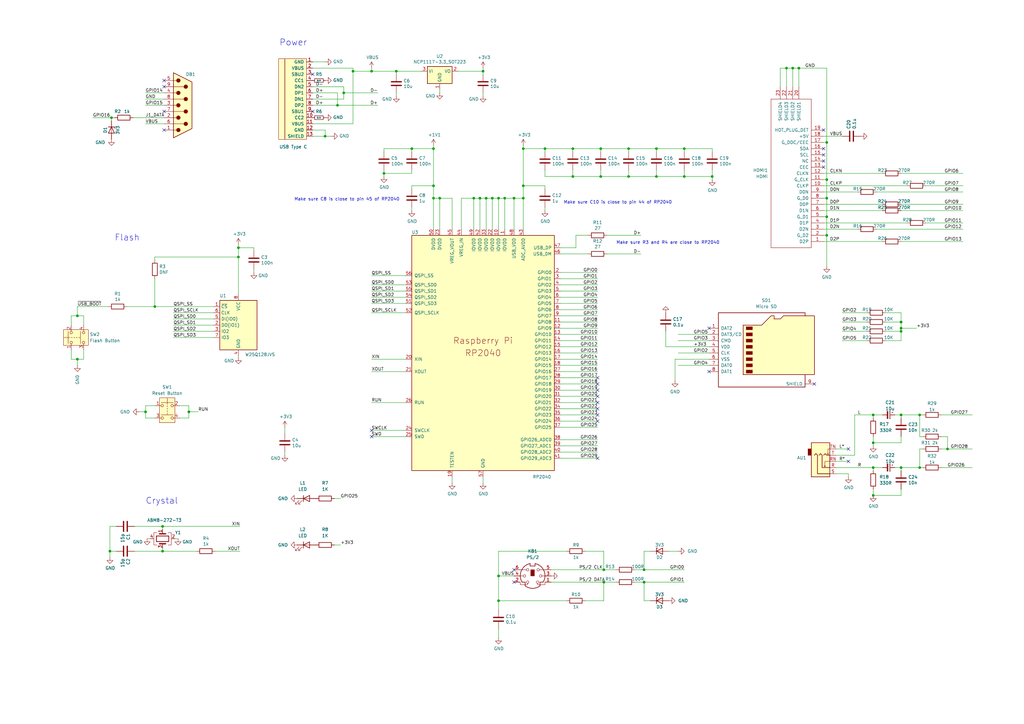
<source format=kicad_sch>
(kicad_sch (version 20231120) (generator "eeschema") (generator_version "8.0")
  (paper "A3")
  (title_block (title "Mini FRANK") (date "2024-10-23") (rev "1.1") (company "Mikhail Matveev") (comment 1 "https://github.com/xtremespb/minifrank"))
  (junction (at 201.93 81.28))
  (junction (at 199.39 81.28))
  (junction (at 369.57 132.08))
  (junction (at 369.57 191.77))
  (junction (at 97.79 105.41))
  (junction (at 339.09 73.66))
  (junction (at 264.16 233.68))
  (junction (at 388.62 184.15))
  (junction (at 247.65 238.76))
  (junction (at 177.8 76.2))
  (junction (at 214.63 76.2))
  (junction (at 168.91 60.96))
  (junction (at 339.09 58.42))
  (junction (at 45.085 226.06))
  (junction (at 358.14 181.61))
  (junction (at 223.52 60.96))
  (junction (at 246.38 72.39))
  (junction (at 257.81 60.96))
  (junction (at 66.675 215.9))
  (junction (at 246.38 60.96))
  (junction (at 177.8 81.28))
  (junction (at 377.19 170.18))
  (junction (at 180.34 81.28))
  (junction (at 204.47 81.28))
  (junction (at 157.48 71.12))
  (junction (at 369.57 134.62))
  (junction (at 322.58 27.94))
  (junction (at 198.12 29.21))
  (junction (at 280.67 60.96))
  (junction (at 133.35 55.88))
  (junction (at 204.47 236.22))
  (junction (at 292.1 72.39))
  (junction (at 66.675 226.06))
  (junction (at 339.09 81.28))
  (junction (at 152.4 29.21))
  (junction (at 247.65 233.68))
  (junction (at 257.81 72.39))
  (junction (at 358.14 191.77))
  (junction (at 97.79 101.6))
  (junction (at 339.09 88.9))
  (junction (at 144.78 29.21))
  (junction (at 31.75 129.54))
  (junction (at 204.47 246.38))
  (junction (at 377.19 191.77))
  (junction (at 327.66 27.94))
  (junction (at 325.12 27.94))
  (junction (at 177.8 60.96))
  (junction (at 77.47 168.91))
  (junction (at 369.57 170.18))
  (junction (at 234.95 72.39))
  (junction (at 269.24 72.39))
  (junction (at 358.14 170.18))
  (junction (at 162.56 29.21))
  (junction (at 31.75 147.32))
  (junction (at 140.97 38.1))
  (junction (at 207.01 81.28))
  (junction (at 214.63 81.28))
  (junction (at 138.43 43.18))
  (junction (at 63.5 125.73))
  (junction (at 45.72 48.26))
  (junction (at 264.16 238.76))
  (junction (at 358.14 203.2))
  (junction (at 339.09 96.52))
  (junction (at 196.85 81.28))
  (junction (at 214.63 60.96))
  (junction (at 369.57 135.89))
  (junction (at 194.31 81.28))
  (junction (at 269.24 60.96))
  (junction (at 59.69 168.91))
  (junction (at 280.67 72.39))
  (junction (at 210.82 81.28))
  (junction (at 234.95 60.96))
  (no_connect (at 67.31 53.34))
  (no_connect (at 245.11 160.02))
  (no_connect (at 245.11 167.64))
  (no_connect (at 210.82 238.76))
  (no_connect (at 245.11 162.56))
  (no_connect (at 67.31 33.02))
  (no_connect (at 347.98 189.23))
  (no_connect (at 152.4 176.53))
  (no_connect (at 337.82 66.04))
  (no_connect (at 245.11 165.1))
  (no_connect (at 67.31 45.72))
  (no_connect (at 337.82 63.5))
  (no_connect (at 290.83 134.62))
  (no_connect (at 245.11 157.48))
  (no_connect (at 347.98 184.15))
  (no_connect (at 245.11 172.72))
  (no_connect (at 337.82 53.34))
  (no_connect (at 128.27 30.48))
  (no_connect (at 290.83 152.4))
  (no_connect (at 152.4 179.07))
  (no_connect (at 128.27 45.72))
  (no_connect (at 245.11 187.96))
  (no_connect (at 210.82 233.68))
  (no_connect (at 334.01 157.48))
  (no_connect (at 337.82 60.96))
  (no_connect (at 245.11 170.18))
  (no_connect (at 67.31 35.56))
  (no_connect (at 337.82 68.58))
  (no_connect (at 245.11 154.94))
  (wire (pts (xy 377.19 184.15) (xy 377.19 191.77)))
  (wire (pts (xy 204.47 246.38) (xy 204.47 250.19)))
  (wire (pts (xy 177.8 81.28) (xy 177.8 93.98)))
  (wire (pts (xy 229.87 137.16) (xy 245.11 137.16)))
  (wire (pts (xy 157.48 71.12) (xy 168.91 71.12)))
  (wire (pts (xy 236.22 96.52) (xy 236.22 101.6)))
  (wire (pts (xy 337.82 76.2) (xy 372.11 76.2)))
  (wire (pts (xy 152.4 29.21) (xy 162.56 29.21)))
  (wire (pts (xy 388.62 179.07) (xy 388.62 184.15)))
  (wire (pts (xy 246.38 60.96) (xy 257.81 60.96)))
  (wire (pts (xy 278.13 137.16) (xy 290.83 137.16)))
  (wire (pts (xy 264.16 233.68) (xy 260.35 233.68)))
  (wire (pts (xy 207.01 81.28) (xy 210.82 81.28)))
  (wire (pts (xy 369.57 203.2) (xy 358.14 203.2)))
  (wire (pts (xy 327.66 27.94) (xy 325.12 27.94)))
  (wire (pts (xy 116.84 185.42) (xy 116.84 186.69)))
  (wire (pts (xy 87.63 138.43) (xy 71.12 138.43)))
  (wire (pts (xy 246.38 62.23) (xy 246.38 60.96)))
  (wire (pts (xy 177.8 59.69) (xy 177.8 60.96)))
  (wire (pts (xy 345.44 128.27) (xy 355.6 128.27)))
  (wire (pts (xy 358.14 179.07) (xy 358.14 181.61)))
  (wire (pts (xy 369.57 191.77) (xy 367.03 191.77)))
  (wire (pts (xy 229.87 149.86) (xy 245.11 149.86)))
  (wire (pts (xy 369.57 134.62) (xy 375.92 134.62)))
  (wire (pts (xy 337.82 78.74) (xy 351.79 78.74)))
  (wire (pts (xy 34.29 133.35) (xy 34.29 129.54)))
  (wire (pts (xy 31.75 129.54) (xy 34.29 129.54)))
  (wire (pts (xy 97.79 101.6) (xy 97.79 105.41)))
  (wire (pts (xy 34.29 147.32) (xy 34.29 143.51)))
  (wire (pts (xy 162.56 38.1) (xy 162.56 39.37)))
  (wire (pts (xy 229.87 175.26) (xy 245.11 175.26)))
  (wire (pts (xy 388.62 184.15) (xy 386.08 184.15)))
  (wire (pts (xy 194.31 81.28) (xy 196.85 81.28)))
  (wire (pts (xy 363.22 132.08) (xy 369.57 132.08)))
  (wire (pts (xy 229.87 170.18) (xy 245.11 170.18)))
  (wire (pts (xy 152.4 27.94) (xy 152.4 29.21)))
  (wire (pts (xy 73.66 171.45) (xy 77.47 171.45)))
  (wire (pts (xy 229.87 104.14) (xy 241.3 104.14)))
  (wire (pts (xy 59.69 171.45) (xy 63.5 171.45)))
  (wire (pts (xy 229.87 111.76) (xy 245.11 111.76)))
  (wire (pts (xy 71.12 128.27) (xy 87.63 128.27)))
  (wire (pts (xy 337.82 73.66) (xy 339.09 73.66)))
  (wire (pts (xy 369.57 200.66) (xy 369.57 203.2)))
  (wire (pts (xy 97.79 100.33) (xy 97.79 101.6)))
  (wire (pts (xy 322.58 27.94) (xy 320.04 27.94)))
  (wire (pts (xy 339.09 58.42) (xy 339.09 27.94)))
  (wire (pts (xy 248.92 96.52) (xy 262.89 96.52)))
  (wire (pts (xy 185.42 93.98) (xy 185.42 81.28)))
  (wire (pts (xy 31.75 129.54) (xy 31.75 125.73)))
  (wire (pts (xy 246.38 69.85) (xy 246.38 72.39)))
  (wire (pts (xy 229.87 116.84) (xy 245.11 116.84)))
  (wire (pts (xy 342.9 189.23) (xy 347.98 189.23)))
  (wire (pts (xy 345.44 139.7) (xy 355.6 139.7)))
  (wire (pts (xy 162.56 30.48) (xy 162.56 29.21)))
  (wire (pts (xy 177.8 76.2) (xy 177.8 81.28)))
  (wire (pts (xy 337.82 96.52) (xy 339.09 96.52)))
  (wire (pts (xy 60.325 220.98) (xy 61.595 220.98)))
  (wire (pts (xy 59.69 166.37) (xy 59.69 168.91)))
  (wire (pts (xy 189.23 81.28) (xy 194.31 81.28)))
  (wire (pts (xy 157.48 60.96) (xy 168.91 60.96)))
  (wire (pts (xy 128.27 40.64) (xy 140.97 40.64)))
  (wire (pts (xy 325.12 27.94) (xy 325.12 35.56)))
  (wire (pts (xy 59.69 38.1) (xy 67.31 38.1)))
  (wire (pts (xy 229.87 185.42) (xy 245.11 185.42)))
  (wire (pts (xy 363.22 128.27) (xy 369.57 128.27)))
  (wire (pts (xy 63.5 114.3) (xy 63.5 125.73)))
  (wire (pts (xy 361.95 191.77) (xy 358.14 191.77)))
  (wire (pts (xy 226.06 233.68) (xy 247.65 233.68)))
  (wire (pts (xy 369.57 83.82) (xy 394.97 83.82)))
  (wire (pts (xy 157.48 69.85) (xy 157.48 71.12)))
  (wire (pts (xy 347.98 194.31) (xy 347.98 195.58)))
  (wire (pts (xy 71.755 220.98) (xy 73.025 220.98)))
  (wire (pts (xy 152.4 124.46) (xy 166.37 124.46)))
  (wire (pts (xy 369.57 135.89) (xy 369.57 139.7)))
  (wire (pts (xy 55.245 215.9) (xy 66.675 215.9)))
  (wire (pts (xy 198.12 30.48) (xy 198.12 29.21)))
  (wire (pts (xy 214.63 81.28) (xy 214.63 93.98)))
  (wire (pts (xy 337.82 88.9) (xy 339.09 88.9)))
  (wire (pts (xy 337.82 99.06) (xy 361.95 99.06)))
  (wire (pts (xy 57.15 168.91) (xy 59.69 168.91)))
  (wire (pts (xy 168.91 60.96) (xy 177.8 60.96)))
  (wire (pts (xy 44.45 125.73) (xy 31.75 125.73)))
  (wire (pts (xy 214.63 76.2) (xy 223.52 76.2)))
  (wire (pts (xy 97.79 146.685) (xy 97.79 146.05)))
  (wire (pts (xy 273.05 142.24) (xy 290.83 142.24)))
  (wire (pts (xy 199.39 93.98) (xy 199.39 81.28)))
  (wire (pts (xy 264.16 246.38) (xy 264.16 238.76)))
  (wire (pts (xy 138.43 43.18) (xy 154.94 43.18)))
  (wire (pts (xy 177.8 60.96) (xy 177.8 76.2)))
  (wire (pts (xy 210.82 81.28) (xy 214.63 81.28)))
  (wire (pts (xy 152.4 119.38) (xy 166.37 119.38)))
  (wire (pts (xy 369.57 191.77) (xy 377.19 191.77)))
  (wire (pts (xy 46.99 48.26) (xy 45.72 48.26)))
  (wire (pts (xy 166.37 165.1) (xy 152.4 165.1)))
  (wire (pts (xy 369.57 86.36) (xy 394.97 86.36)))
  (wire (pts (xy 269.24 62.23) (xy 269.24 60.96)))
  (wire (pts (xy 350.52 170.18) (xy 350.52 186.69)))
  (wire (pts (xy 196.85 81.28) (xy 199.39 81.28)))
  (wire (pts (xy 369.57 132.08) (xy 369.57 134.62)))
  (wire (pts (xy 337.82 58.42) (xy 339.09 58.42)))
  (wire (pts (xy 87.63 133.35) (xy 71.12 133.35)))
  (wire (pts (xy 232.41 226.06) (xy 204.47 226.06)))
  (wire (pts (xy 337.82 93.98) (xy 351.79 93.98)))
  (wire (pts (xy 247.65 238.76) (xy 252.73 238.76)))
  (wire (pts (xy 377.19 170.18) (xy 377.19 179.07)))
  (wire (pts (xy 223.52 62.23) (xy 223.52 60.96)))
  (wire (pts (xy 337.82 83.82) (xy 361.95 83.82)))
  (wire (pts (xy 214.63 60.96) (xy 223.52 60.96)))
  (wire (pts (xy 104.14 101.6) (xy 97.79 101.6)))
  (wire (pts (xy 226.06 238.76) (xy 247.65 238.76)))
  (wire (pts (xy 339.09 27.94) (xy 327.66 27.94)))
  (wire (pts (xy 207.01 81.28) (xy 207.01 93.98)))
  (wire (pts (xy 322.58 27.94) (xy 322.58 35.56)))
  (wire (pts (xy 196.85 93.98) (xy 196.85 81.28)))
  (wire (pts (xy 337.82 55.88) (xy 345.44 55.88)))
  (wire (pts (xy 66.675 224.79) (xy 66.675 226.06)))
  (wire (pts (xy 45.085 226.06) (xy 45.085 228.6)))
  (wire (pts (xy 276.86 147.32) (xy 276.86 156.21)))
  (wire (pts (xy 229.87 101.6) (xy 236.22 101.6)))
  (wire (pts (xy 59.69 50.8) (xy 67.31 50.8)))
  (wire (pts (xy 204.47 246.38) (xy 204.47 236.22)))
  (wire (pts (xy 128.27 38.1) (xy 138.43 38.1)))
  (wire (pts (xy 278.13 144.78) (xy 290.83 144.78)))
  (wire (pts (xy 29.21 147.32) (xy 31.75 147.32)))
  (wire (pts (xy 137.16 204.47) (xy 139.7 204.47)))
  (wire (pts (xy 214.63 60.96) (xy 214.63 76.2)))
  (wire (pts (xy 180.34 36.83) (xy 180.34 38.1)))
  (wire (pts (xy 166.37 152.4) (xy 152.4 152.4)))
  (wire (pts (xy 358.14 181.61) (xy 358.14 182.88)))
  (wire (pts (xy 337.82 81.28) (xy 339.09 81.28)))
  (wire (pts (xy 166.37 113.03) (xy 152.4 113.03)))
  (wire (pts (xy 269.24 60.96) (xy 280.67 60.96)))
  (wire (pts (xy 292.1 69.85) (xy 292.1 72.39)))
  (wire (pts (xy 337.82 71.12) (xy 361.95 71.12)))
  (wire (pts (xy 88.265 226.06) (xy 98.425 226.06)))
  (wire (pts (xy 187.96 29.21) (xy 198.12 29.21)))
  (wire (pts (xy 59.69 43.18) (xy 67.31 43.18)))
  (wire (pts (xy 229.87 147.32) (xy 245.11 147.32)))
  (wire (pts (xy 229.87 127) (xy 245.11 127)))
  (wire (pts (xy 342.9 186.69) (xy 350.52 186.69)))
  (wire (pts (xy 168.91 71.12) (xy 168.91 69.85)))
  (wire (pts (xy 266.7 246.38) (xy 264.16 246.38)))
  (wire (pts (xy 234.95 62.23) (xy 234.95 60.96)))
  (wire (pts (xy 234.95 72.39) (xy 223.52 72.39)))
  (wire (pts (xy 229.87 180.34) (xy 245.11 180.34)))
  (wire (pts (xy 214.63 76.2) (xy 214.63 81.28)))
  (wire (pts (xy 140.97 38.1) (xy 140.97 40.64)))
  (wire (pts (xy 214.63 59.69) (xy 214.63 60.96)))
  (wire (pts (xy 369.57 134.62) (xy 369.57 135.89)))
  (wire (pts (xy 38.1 48.26) (xy 45.72 48.26)))
  (wire (pts (xy 229.87 129.54) (xy 245.11 129.54)))
  (wire (pts (xy 168.91 77.47) (xy 168.91 76.2)))
  (wire (pts (xy 87.63 135.89) (xy 71.12 135.89)))
  (wire (pts (xy 234.95 60.96) (xy 246.38 60.96)))
  (wire (pts (xy 247.65 233.68) (xy 252.73 233.68)))
  (wire (pts (xy 128.27 25.4) (xy 133.35 25.4)))
  (wire (pts (xy 278.13 149.86) (xy 290.83 149.86)))
  (wire (pts (xy 59.69 168.91) (xy 59.69 171.45)))
  (wire (pts (xy 232.41 246.38) (xy 204.47 246.38)))
  (wire (pts (xy 52.07 125.73) (xy 63.5 125.73)))
  (wire (pts (xy 369.57 170.18) (xy 377.19 170.18)))
  (wire (pts (xy 133.35 53.34) (xy 133.35 55.88)))
  (wire (pts (xy 325.12 27.94) (xy 322.58 27.94)))
  (wire (pts (xy 369.57 71.12) (xy 394.97 71.12)))
  (wire (pts (xy 229.87 187.96) (xy 245.11 187.96)))
  (wire (pts (xy 278.13 139.7) (xy 290.83 139.7)))
  (wire (pts (xy 363.22 139.7) (xy 369.57 139.7)))
  (wire (pts (xy 379.73 91.44) (xy 394.97 91.44)))
  (wire (pts (xy 378.46 179.07) (xy 377.19 179.07)))
  (wire (pts (xy 273.05 135.89) (xy 273.05 142.24)))
  (wire (pts (xy 234.95 69.85) (xy 234.95 72.39)))
  (wire (pts (xy 363.22 135.89) (xy 369.57 135.89)))
  (wire (pts (xy 180.34 93.98) (xy 180.34 81.28)))
  (wire (pts (xy 369.57 179.07) (xy 369.57 181.61)))
  (wire (pts (xy 369.57 128.27) (xy 369.57 132.08)))
  (wire (pts (xy 280.67 72.39) (xy 292.1 72.39)))
  (wire (pts (xy 144.78 27.94) (xy 144.78 29.21)))
  (wire (pts (xy 144.78 50.8) (xy 128.27 50.8)))
  (wire (pts (xy 172.72 29.21) (xy 162.56 29.21)))
  (wire (pts (xy 369.57 193.04) (xy 369.57 191.77)))
  (wire (pts (xy 339.09 88.9) (xy 339.09 96.52)))
  (wire (pts (xy 269.24 69.85) (xy 269.24 72.39)))
  (wire (pts (xy 386.08 191.77) (xy 398.78 191.77)))
  (wire (pts (xy 138.43 38.1) (xy 138.43 43.18)))
  (wire (pts (xy 223.52 60.96) (xy 234.95 60.96)))
  (wire (pts (xy 223.52 85.09) (xy 223.52 86.36)))
  (wire (pts (xy 229.87 132.08) (xy 245.11 132.08)))
  (wire (pts (xy 204.47 93.98) (xy 204.47 81.28)))
  (wire (pts (xy 358.14 200.66) (xy 358.14 203.2)))
  (wire (pts (xy 388.62 184.15) (xy 398.78 184.15)))
  (wire (pts (xy 55.245 226.06) (xy 66.675 226.06)))
  (wire (pts (xy 339.09 73.66) (xy 339.09 58.42)))
  (wire (pts (xy 47.625 226.06) (xy 45.085 226.06)))
  (wire (pts (xy 342.9 184.15) (xy 347.98 184.15)))
  (wire (pts (xy 66.675 226.06) (xy 80.645 226.06)))
  (wire (pts (xy 337.82 86.36) (xy 361.95 86.36)))
  (wire (pts (xy 320.04 27.94) (xy 320.04 35.56)))
  (wire (pts (xy 379.73 76.2) (xy 394.97 76.2)))
  (wire (pts (xy 45.72 48.26) (xy 45.72 49.53)))
  (wire (pts (xy 54.61 48.26) (xy 67.31 48.26)))
  (wire (pts (xy 229.87 119.38) (xy 245.11 119.38)))
  (wire (pts (xy 292.1 62.23) (xy 292.1 60.96)))
  (wire (pts (xy 166.37 179.07) (xy 152.4 179.07)))
  (wire (pts (xy 199.39 81.28) (xy 201.93 81.28)))
  (wire (pts (xy 327.66 27.94) (xy 327.66 35.56)))
  (wire (pts (xy 292.1 72.39) (xy 292.1 73.66)))
  (wire (pts (xy 345.44 132.08) (xy 355.6 132.08)))
  (wire (pts (xy 116.84 175.26) (xy 116.84 177.8)))
  (wire (pts (xy 144.78 29.21) (xy 144.78 50.8)))
  (wire (pts (xy 229.87 157.48) (xy 245.11 157.48)))
  (wire (pts (xy 166.37 128.27) (xy 152.4 128.27)))
  (wire (pts (xy 128.27 55.88) (xy 133.35 55.88)))
  (wire (pts (xy 198.12 195.58) (xy 198.12 198.12)))
  (wire (pts (xy 128.27 53.34) (xy 133.35 53.34)))
  (wire (pts (xy 133.35 55.88) (xy 135.89 55.88)))
  (wire (pts (xy 168.91 76.2) (xy 177.8 76.2)))
  (wire (pts (xy 229.87 154.94) (xy 245.11 154.94)))
  (wire (pts (xy 87.63 130.81) (xy 71.12 130.81)))
  (wire (pts (xy 246.38 72.39) (xy 234.95 72.39)))
  (wire (pts (xy 128.27 27.94) (xy 144.78 27.94)))
  (wire (pts (xy 223.52 69.85) (xy 223.52 72.39)))
  (wire (pts (xy 31.75 149.86) (xy 31.75 147.32)))
  (wire (pts (xy 369.57 99.06) (xy 394.97 99.06)))
  (wire (pts (xy 77.47 168.91) (xy 77.47 171.45)))
  (wire (pts (xy 204.47 257.81) (xy 204.47 261.62)))
  (wire (pts (xy 185.42 195.58) (xy 185.42 198.12)))
  (wire (pts (xy 128.27 43.18) (xy 138.43 43.18)))
  (wire (pts (xy 229.87 160.02) (xy 245.11 160.02)))
  (wire (pts (xy 342.9 191.77) (xy 358.14 191.77)))
  (wire (pts (xy 264.16 226.06) (xy 264.16 233.68)))
  (wire (pts (xy 47.625 215.9) (xy 45.085 215.9)))
  (wire (pts (xy 229.87 139.7) (xy 245.11 139.7)))
  (wire (pts (xy 29.21 129.54) (xy 31.75 129.54)))
  (wire (pts (xy 229.87 165.1) (xy 245.11 165.1)))
  (wire (pts (xy 358.14 170.18) (xy 358.14 171.45)))
  (wire (pts (xy 369.57 181.61) (xy 358.14 181.61)))
  (wire (pts (xy 180.34 81.28) (xy 177.8 81.28)))
  (wire (pts (xy 386.08 170.18) (xy 398.78 170.18)))
  (wire (pts (xy 248.92 104.14) (xy 262.89 104.14)))
  (wire (pts (xy 229.87 144.78) (xy 245.11 144.78)))
  (wire (pts (xy 280.67 72.39) (xy 269.24 72.39)))
  (wire (pts (xy 73.66 166.37) (xy 77.47 166.37)))
  (wire (pts (xy 45.085 215.9) (xy 45.085 226.06)))
  (wire (pts (xy 359.41 93.98) (xy 394.97 93.98)))
  (wire (pts (xy 66.675 217.17) (xy 66.675 215.9)))
  (wire (pts (xy 152.4 116.84) (xy 166.37 116.84)))
  (wire (pts (xy 377.19 170.18) (xy 378.46 170.18)))
  (wire (pts (xy 201.93 81.28) (xy 204.47 81.28)))
  (wire (pts (xy 229.87 134.62) (xy 245.11 134.62)))
  (wire (pts (xy 378.46 184.15) (xy 377.19 184.15)))
  (wire (pts (xy 229.87 152.4) (xy 245.11 152.4)))
  (wire (pts (xy 137.16 223.52) (xy 139.7 223.52)))
  (wire (pts (xy 157.48 62.23) (xy 157.48 60.96)))
  (wire (pts (xy 274.32 226.06) (xy 278.13 226.06)))
  (wire (pts (xy 236.22 96.52) (xy 241.3 96.52)))
  (wire (pts (xy 104.14 110.49) (xy 104.14 111.76)))
  (wire (pts (xy 157.48 71.12) (xy 157.48 72.39)))
  (wire (pts (xy 280.67 69.85) (xy 280.67 72.39)))
  (wire (pts (xy 264.16 238.76) (xy 260.35 238.76)))
  (wire (pts (xy 152.4 147.32) (xy 166.37 147.32)))
  (wire (pts (xy 345.44 135.89) (xy 355.6 135.89)))
  (wire (pts (xy 229.87 142.24) (xy 245.11 142.24)))
  (wire (pts (xy 339.09 96.52) (xy 339.09 109.22)))
  (wire (pts (xy 257.81 60.96) (xy 269.24 60.96)))
  (wire (pts (xy 361.95 170.18) (xy 358.14 170.18)))
  (wire (pts (xy 342.9 194.31) (xy 347.98 194.31)))
  (wire (pts (xy 223.52 77.47) (xy 223.52 76.2)))
  (wire (pts (xy 152.4 121.92) (xy 166.37 121.92)))
  (wire (pts (xy 29.21 133.35) (xy 29.21 129.54)))
  (wire (pts (xy 264.16 233.68) (xy 280.67 233.68)))
  (wire (pts (xy 229.87 124.46) (xy 245.11 124.46)))
  (wire (pts (xy 229.87 167.64) (xy 245.11 167.64)))
  (wire (pts (xy 229.87 114.3) (xy 245.11 114.3)))
  (wire (pts (xy 240.03 226.06) (xy 247.65 226.06)))
  (wire (pts (xy 257.81 72.39) (xy 246.38 72.39)))
  (wire (pts (xy 104.14 102.87) (xy 104.14 101.6)))
  (wire (pts (xy 269.24 72.39) (xy 257.81 72.39)))
  (wire (pts (xy 63.5 166.37) (xy 59.69 166.37)))
  (wire (pts (xy 359.41 78.74) (xy 394.97 78.74)))
  (wire (pts (xy 204.47 81.28) (xy 207.01 81.28)))
  (wire (pts (xy 63.5 125.73) (xy 87.63 125.73)))
  (wire (pts (xy 247.65 246.38) (xy 247.65 238.76)))
  (wire (pts (xy 204.47 236.22) (xy 210.82 236.22)))
  (wire (pts (xy 194.31 93.98) (xy 194.31 81.28)))
  (wire (pts (xy 337.82 91.44) (xy 372.11 91.44)))
  (wire (pts (xy 144.78 29.21) (xy 152.4 29.21)))
  (wire (pts (xy 266.7 226.06) (xy 264.16 226.06)))
  (wire (pts (xy 276.86 147.32) (xy 290.83 147.32)))
  (wire (pts (xy 247.65 226.06) (xy 247.65 233.68)))
  (wire (pts (xy 339.09 81.28) (xy 339.09 88.9)))
  (wire (pts (xy 77.47 166.37) (xy 77.47 168.91)))
  (wire (pts (xy 201.93 93.98) (xy 201.93 81.28)))
  (wire (pts (xy 168.91 62.23) (xy 168.91 60.96)))
  (wire (pts (xy 369.57 170.18) (xy 367.03 170.18)))
  (wire (pts (xy 31.75 147.32) (xy 34.29 147.32)))
  (wire (pts (xy 185.42 81.28) (xy 180.34 81.28)))
  (wire (pts (xy 59.69 40.64) (xy 67.31 40.64)))
  (wire (pts (xy 280.67 60.96) (xy 292.1 60.96)))
  (wire (pts (xy 280.67 62.23) (xy 280.67 60.96)))
  (wire (pts (xy 257.81 69.85) (xy 257.81 72.39)))
  (wire (pts (xy 229.87 162.56) (xy 245.11 162.56)))
  (wire (pts (xy 229.87 172.72) (xy 245.11 172.72)))
  (wire (pts (xy 210.82 93.98) (xy 210.82 81.28)))
  (wire (pts (xy 140.97 35.56) (xy 140.97 38.1)))
  (wire (pts (xy 257.81 62.23) (xy 257.81 60.96)))
  (wire (pts (xy 29.21 143.51) (xy 29.21 147.32)))
  (wire (pts (xy 386.08 179.07) (xy 388.62 179.07)))
  (wire (pts (xy 369.57 171.45) (xy 369.57 170.18)))
  (wire (pts (xy 166.37 176.53) (xy 152.4 176.53)))
  (wire (pts (xy 128.27 35.56) (xy 140.97 35.56)))
  (wire (pts (xy 264.16 238.76) (xy 280.67 238.76)))
  (wire (pts (xy 339.09 73.66) (xy 339.09 81.28)))
  (wire (pts (xy 189.23 93.98) (xy 189.23 81.28)))
  (wire (pts (xy 77.47 168.91) (xy 81.28 168.91)))
  (wire (pts (xy 168.91 85.09) (xy 168.91 86.36)))
  (wire (pts (xy 198.12 38.1) (xy 198.12 39.37)))
  (wire (pts (xy 204.47 226.06) (xy 204.47 236.22)))
  (wire (pts (xy 63.5 106.68) (xy 63.5 105.41)))
  (wire (pts (xy 63.5 105.41) (xy 97.79 105.41)))
  (wire (pts (xy 198.12 29.21) (xy 198.12 27.94)))
  (wire (pts (xy 229.87 182.88) (xy 245.11 182.88)))
  (wire (pts (xy 229.87 121.92) (xy 245.11 121.92)))
  (wire (pts (xy 140.97 38.1) (xy 154.94 38.1)))
  (wire (pts (xy 358.14 191.77) (xy 358.14 193.04)))
  (wire (pts (xy 350.52 170.18) (xy 358.14 170.18)))
  (wire (pts (xy 97.79 105.41) (xy 97.79 120.65)))
  (wire (pts (xy 240.03 246.38) (xy 247.65 246.38)))
  (wire (pts (xy 377.19 191.77) (xy 378.46 191.77)))
  (wire (pts (xy 66.675 215.9) (xy 98.425 215.9)))
  (text "Power" (at 114.554 19.05 0) (effects (font (size 2.54 2.54)) (justify left bottom)))
  (text "Crystal" (at 59.69 207.01 0) (effects (font (size 2.54 2.54)) (justify left bottom)))
  (text "Make sure C8 is close to pin 45 of RP2040" (at 120.65 82.55 0) (effects (font (size 1.27 1.27)) (justify left bottom)))
  (text "Make sure C10 is close to pin 44 of RP2040" (at 231.14 83.82 0) (effects (font (size 1.27 1.27)) (justify left bottom)))
  (text "Make sure R3 and R4 are close to RP2040" (at 252.73 100.33 0) (effects (font (size 1.27 1.27)) (justify left bottom)))
  (text "Flash" (at 46.99 99.06 0) (effects (font (size 2.54 2.54)) (justify left bottom)))
  (label "GPIO15" (at 59.69 43.18 0))
  (label "+3V3" (at 284.48 142.24 0))
  (label "XOUT" (at 98.425 226.06 180))
  (label "D0N" (at 340.36 78.74 0))
  (label "D2N" (at 340.36 93.98 0))
  (label "D-" (at 154.94 38.1 180))
  (label "QSPI_SS" (at 71.12 125.73 0))
  (label "QSPI_SD3" (at 71.12 138.43 0))
  (label "GPIO13" (at 387.35 99.06 0))
  (label "QSPI_SD2" (at 152.4 121.92 0))
  (label "D-" (at 262.89 104.14 180))
  (label "GPIO10" (at 387.35 86.36 0))
  (label "GPIO4" (at 245.11 121.92 180))
  (label "GPIO25" (at 139.7 204.47 0))
  (label "GPIO12" (at 387.35 93.98 0))
  (label "RUN" (at 152.4 165.1 0))
  (label "XOUT" (at 152.4 152.4 0))
  (label "GPIO5" (at 284.48 137.16 0))
  (label "GPIO29" (at 245.11 187.96 180))
  (label "D+" (at 129.54 43.18 0))
  (label "QSPI_SD1" (at 152.4 119.38 0))
  (label "GPIO13" (at 245.11 144.78 180))
  (label "D2P" (at 340.36 99.06 0))
  (label "GPIO5" (at 345.44 139.7 0))
  (label "GPIO6" (at 245.11 127 180))
  (label "GPIO14" (at 59.69 38.1 0))
  (label "D+" (at 262.89 96.52 180))
  (label "GPIO28" (at 389.89 184.15 0))
  (label "SWD" (at 152.4 179.07 0))
  (label "GPIO20" (at 245.11 162.56 180))
  (label "QSPI_SD1" (at 71.12 133.35 0))
  (label "QSPI_SD3" (at 152.4 124.46 0))
  (label "GPIO7" (at 387.35 76.2 0))
  (label "GPIO27" (at 389.89 170.18 0))
  (label "PS{slash}2 CLK" (at 237.49 233.68 0))
  (label "GPIO18" (at 245.11 157.48 180))
  (label "GPIO25" (at 245.11 175.26 180))
  (label "GPIO1" (at 280.67 238.76 180))
  (label "GND" (at 59.69 40.64 0))
  (label "VBUS" (at 205.74 236.22 0))
  (label "GPIO0" (at 245.11 111.76 180))
  (label "GPIO11" (at 387.35 91.44 0))
  (label "GND" (at 330.2 27.94 0))
  (label "GPIO21" (at 245.11 165.1 180))
  (label "GPIO11" (at 245.11 139.7 180))
  (label "RUN" (at 81.28 168.91 0))
  (label "GPIO27" (at 245.11 182.88 180))
  (label "GPIO0" (at 280.67 233.68 180))
  (label "D-" (at 129.54 40.64 0))
  (label "GPIO1" (at 245.11 114.3 180))
  (label "XIN" (at 98.425 215.9 180))
  (label "GPIO6" (at 387.35 71.12 0))
  (label "GPIO8" (at 387.35 78.74 0))
  (label "+3V3" (at 375.92 134.62 0))
  (label "D+" (at 154.94 43.18 180))
  (label "VBUS" (at 340.36 55.88 0))
  (label "VBUS" (at 59.69 50.8 0))
  (label "GPIO14" (at 245.11 147.32 180))
  (label "GPIO3" (at 245.11 119.38 180))
  (label "GPIO10" (at 245.11 137.16 180))
  (label "GPIO23" (at 245.11 170.18 180))
  (label "GPIO3" (at 284.48 139.7 0))
  (label "GPIO3" (at 345.44 132.08 0))
  (label "SWCLK" (at 152.4 176.53 0))
  (label "J1_DATA" (at 59.69 48.26 0))
  (label "R*" (at 344.17 189.23 0))
  (label "L" (at 351.79 170.18 0))
  (label "QSPI_SCLK" (at 152.4 128.27 0))
  (label "R" (at 351.79 191.77 0))
  (label "QSPI_SD0" (at 152.4 116.84 0))
  (label "GPIO2" (at 345.44 128.27 0))
  (label "GPIO17" (at 245.11 154.94 180))
  (label "CLKP" (at 340.36 76.2 0))
  (label "GPIO2" (at 245.11 116.84 180))
  (label "GPIO26" (at 388.62 191.77 0))
  (label "CLKN" (at 340.36 71.12 0))
  (label "GPIO16" (at 38.1 48.26 0))
  (label "GPIO9" (at 245.11 134.62 180))
  (label "GPIO15" (at 245.11 149.86 180))
  (label "GPIO12" (at 245.11 142.24 180))
  (label "GPIO24" (at 245.11 172.72 180))
  (label "GPIO5" (at 245.11 124.46 180))
  (label "GPIO22" (at 245.11 167.64 180))
  (label "GPIO19" (at 245.11 160.02 180))
  (label "GPIO2" (at 284.48 144.78 0))
  (label "QSPI_SS" (at 152.4 113.03 0))
  (label "PS{slash}2 DATA" (at 237.49 238.76 0))
  (label "QSPI_SD2" (at 71.12 135.89 0))
  (label "GPIO4" (at 345.44 135.89 0))
  (label "GPIO4" (at 284.48 149.86 0))
  (label "QSPI_SD0" (at 71.12 130.81 0))
  (label "D1N" (at 340.36 86.36 0))
  (label "QSPI_SCLK" (at 71.12 128.27 0))
  (label "~{USB_BOOT}" (at 31.75 125.73 0))
  (label "GPIO26" (at 245.11 180.34 180))
  (label "L*" (at 344.17 184.15 0))
  (label "GPIO28" (at 245.11 185.42 180))
  (label "D-" (at 129.54 35.56 0))
  (label "GPIO9" (at 387.35 83.82 0))
  (label "GPIO16" (at 245.11 152.4 180))
  (label "+3V3" (at 139.7 223.52 0))
  (label "GPIO8" (at 245.11 132.08 180))
  (label "XIN" (at 152.4 147.32 0))
  (label "D+" (at 129.54 38.1 0))
  (label "D1P" (at 340.36 91.44 0))
  (label "GPIO7" (at 245.11 129.54 180))
  (label "D0P" (at 340.36 83.82 0))
  (symbol (lib_id "MCU_RaspberryPi_RP2040:RP2040") (at 198.12 144.78 0) (unit 1)
    (property "Reference" "U3" (at 170.18 95.25 0))
    (property "Value" "RP2040" (at 222.25 195.58 0))
    (property "Footprint" "LIBS:RP2040-QFN-56" (effects (hide yes)))
  )
  (symbol (lib_id "Memory_Flash:W25Q128JVS") (at 97.79 133.35 0) (unit 1)
    (property "Reference" "U1" (at 91.44 121.285 0))
    (property "Value" "W25Q128JVS" (at 106.68 145.415 0))
    (property "Footprint" "Package_SO:SOIC-8_5.23x5.23mm_P1.27mm" (effects (hide yes)))
    (property "Datasheet" "http://www.winbond.com/resource-files/w25q128jv_dtr%20revc%2003272018%20plus.pdf" (effects (hide yes)))
  )
  (symbol (lib_id "power:+3V3") (at 97.79 100.33 0) (unit 1)
    (property "Reference" "#PWR07" (effects (hide yes)))
    (property "Value" "+3V3" (at 98.171 95.9358 0))
  )
  (symbol (lib_id "power:GND") (at 97.79 146.685 0) (unit 1)
    (property "Reference" "#PWR08" (effects (hide yes)))
    (property "Value" "GND" (at 93.98 147.955 0))
  )
  (symbol (lib_id "Device:R") (at 63.5 110.49 0) (unit 1)
    (property "Reference" "R3" (at 65.278 109.3216 0) (effects (justify left)))
    (property "Value" "DNF" (at 65.278 111.633 0) (effects (justify left)))
    (property "Footprint" "Resistor_SMD:R_0805_2012Metric_Pad1.20x1.40mm_HandSolder" (effects (hide yes)))
  )
  (symbol (lib_id "Device:R") (at 48.26 125.73 270) (unit 1)
    (property "Reference" "R1" (at 48.26 120.4722 90))
    (property "Value" "1k" (at 48.26 122.7836 90))
    (property "Footprint" "Resistor_SMD:R_0805_2012Metric_Pad1.20x1.40mm_HandSolder" (effects (hide yes)))
  )
  (symbol (lib_id "Device:C") (at 104.14 106.68 0) (unit 1)
    (property "Reference" "C3" (at 107.061 105.5116 0) (effects (justify left)))
    (property "Value" "100n" (at 107.061 107.823 0) (effects (justify left)))
    (property "Footprint" "Capacitor_SMD:C_0805_2012Metric_Pad1.18x1.45mm_HandSolder" (effects (hide yes)))
  )
  (symbol (lib_id "power:GND") (at 104.14 111.76 0) (unit 1)
    (property "Reference" "#PWR09" (effects (hide yes)))
    (property "Value" "GND" (at 107.95 113.03 0))
  )
  (symbol (lib_id "power:GND") (at 198.12 198.12 0) (unit 1)
    (property "Reference" "#PWR027" (effects (hide yes)))
    (property "Value" "GND" (at 198.247 202.5142 0))
  )
  (symbol (lib_id "power:GND") (at 185.42 198.12 0) (unit 1)
    (property "Reference" "#PWR024" (effects (hide yes)))
    (property "Value" "GND" (at 185.547 202.5142 0))
  )
  (symbol (lib_id "Device:R") (at 245.11 96.52 270) (unit 1)
    (property "Reference" "R11" (at 245.11 91.2622 90))
    (property "Value" "27" (at 245.11 93.5736 90))
    (property "Footprint" "Resistor_SMD:R_0805_2012Metric_Pad1.20x1.40mm_HandSolder" (effects (hide yes)))
  )
  (symbol (lib_id "Device:R") (at 245.11 104.14 270) (unit 1)
    (property "Reference" "R12" (at 245.11 98.8822 90))
    (property "Value" "27" (at 245.11 101.1936 90))
    (property "Footprint" "Resistor_SMD:R_0805_2012Metric_Pad1.20x1.40mm_HandSolder" (effects (hide yes)))
  )
  (symbol (lib_id "power:+3V3") (at 214.63 59.69 0) (unit 1)
    (property "Reference" "#PWR029" (effects (hide yes)))
    (property "Value" "+3V3" (at 215.011 55.2958 0))
  )
  (symbol (lib_id "power:+1V1") (at 177.8 59.69 0) (unit 1)
    (property "Reference" "#PWR022" (effects (hide yes)))
    (property "Value" "+1V1" (at 178.181 55.2958 0))
  )
  (symbol (lib_id "Device:C") (at 223.52 66.04 0) (unit 1)
    (property "Reference" "C11" (at 226.441 64.8716 0) (effects (justify left)))
    (property "Value" "100n" (at 226.441 67.183 0) (effects (justify left)))
    (property "Footprint" "Capacitor_SMD:C_0805_2012Metric_Pad1.18x1.45mm_HandSolder" (effects (hide yes)))
  )
  (symbol (lib_id "Device:C") (at 234.95 66.04 0) (unit 1)
    (property "Reference" "C13" (at 237.871 64.8716 0) (effects (justify left)))
    (property "Value" "100n" (at 237.871 67.183 0) (effects (justify left)))
    (property "Footprint" "Capacitor_SMD:C_0805_2012Metric_Pad1.18x1.45mm_HandSolder" (effects (hide yes)))
  )
  (symbol (lib_id "Device:C") (at 246.38 66.04 0) (unit 1)
    (property "Reference" "C14" (at 249.301 64.8716 0) (effects (justify left)))
    (property "Value" "100n" (at 249.301 67.183 0) (effects (justify left)))
    (property "Footprint" "Capacitor_SMD:C_0805_2012Metric_Pad1.18x1.45mm_HandSolder" (effects (hide yes)))
  )
  (symbol (lib_id "Device:C") (at 257.81 66.04 0) (unit 1)
    (property "Reference" "C15" (at 260.731 64.8716 0) (effects (justify left)))
    (property "Value" "100n" (at 260.731 67.183 0) (effects (justify left)))
    (property "Footprint" "Capacitor_SMD:C_0805_2012Metric_Pad1.18x1.45mm_HandSolder" (effects (hide yes)))
  )
  (symbol (lib_id "Device:C") (at 269.24 66.04 0) (unit 1)
    (property "Reference" "C16" (at 272.161 64.8716 0) (effects (justify left)))
    (property "Value" "100n" (at 272.161 67.183 0) (effects (justify left)))
    (property "Footprint" "Capacitor_SMD:C_0805_2012Metric_Pad1.18x1.45mm_HandSolder" (effects (hide yes)))
  )
  (symbol (lib_id "Device:C") (at 280.67 66.04 0) (unit 1)
    (property "Reference" "C18" (at 283.591 64.8716 0) (effects (justify left)))
    (property "Value" "100n" (at 283.591 67.183 0) (effects (justify left)))
    (property "Footprint" "Capacitor_SMD:C_0805_2012Metric_Pad1.18x1.45mm_HandSolder" (effects (hide yes)))
  )
  (symbol (lib_id "Device:C") (at 292.1 66.04 0) (unit 1)
    (property "Reference" "C19" (at 295.021 64.8716 0) (effects (justify left)))
    (property "Value" "100n" (at 295.021 67.183 0) (effects (justify left)))
    (property "Footprint" "Capacitor_SMD:C_0805_2012Metric_Pad1.18x1.45mm_HandSolder" (effects (hide yes)))
  )
  (symbol (lib_id "Device:C") (at 157.48 66.04 0) (unit 1)
    (property "Reference" "C5" (at 160.401 64.8716 0) (effects (justify left)))
    (property "Value" "100n" (at 160.401 67.183 0) (effects (justify left)))
    (property "Footprint" "Capacitor_SMD:C_0805_2012Metric_Pad1.18x1.45mm_HandSolder" (effects (hide yes)))
  )
  (symbol (lib_id "Device:C") (at 168.91 66.04 0) (unit 1)
    (property "Reference" "C7" (at 171.831 64.8716 0) (effects (justify left)))
    (property "Value" "100n" (at 171.831 67.183 0) (effects (justify left)))
    (property "Footprint" "Capacitor_SMD:C_0805_2012Metric_Pad1.18x1.45mm_HandSolder" (effects (hide yes)))
  )
  (symbol (lib_id "Device:C") (at 168.91 81.28 0) (unit 1)
    (property "Reference" "C8" (at 171.831 80.1116 0) (effects (justify left)))
    (property "Value" "1u" (at 171.831 82.423 0) (effects (justify left)))
    (property "Footprint" "Capacitor_SMD:C_0805_2012Metric_Pad1.18x1.45mm_HandSolder" (effects (hide yes)))
  )
  (symbol (lib_id "Device:C") (at 223.52 81.28 0) (unit 1)
    (property "Reference" "C12" (at 226.441 80.1116 0) (effects (justify left)))
    (property "Value" "1u" (at 226.441 82.423 0) (effects (justify left)))
    (property "Footprint" "Capacitor_SMD:C_0805_2012Metric_Pad1.18x1.45mm_HandSolder" (effects (hide yes)))
  )
  (symbol (lib_id "power:GND") (at 292.1 73.66 0) (unit 1)
    (property "Reference" "#PWR036" (effects (hide yes)))
    (property "Value" "GND" (at 292.227 78.0542 0))
  )
  (symbol (lib_id "power:GND") (at 157.48 72.39 0) (unit 1)
    (property "Reference" "#PWR019" (effects (hide yes)))
    (property "Value" "GND" (at 157.607 76.7842 0))
  )
  (symbol (lib_id "power:GND") (at 168.91 86.36 0) (unit 1)
    (property "Reference" "#PWR021" (effects (hide yes)))
    (property "Value" "GND" (at 169.037 90.7542 0))
  )
  (symbol (lib_id "power:GND") (at 223.52 86.36 0) (unit 1)
    (property "Reference" "#PWR030" (effects (hide yes)))
    (property "Value" "GND" (at 223.647 90.7542 0))
  )
  (symbol (lib_id "Regulator_Linear:NCP1117-3.3_SOT223") (at 180.34 29.21 0) (unit 1)
    (property "Reference" "U2" (at 180.34 23.0632 0))
    (property "Value" "NCP1117-3.3_SOT223" (at 180.34 25.3746 0))
    (property "Footprint" "Package_TO_SOT_SMD:SOT-223-3_TabPin2" (effects (hide yes)))
    (property "Datasheet" "http://www.onsemi.com/pub_link/Collateral/NCP1117-D.PDF" (effects (hide yes)))
  )
  (symbol (lib_id "power:VBUS") (at 152.4 27.94 0) (unit 1)
    (property "Reference" "#PWR018" (effects (hide yes)))
    (property "Value" "VBUS" (at 152.781 23.5458 0))
  )
  (symbol (lib_id "power:GND") (at 180.34 38.1 0) (unit 1)
    (property "Reference" "#PWR023" (effects (hide yes)))
    (property "Value" "GND" (at 176.53 39.37 0))
  )
  (symbol (lib_id "power:+3V3") (at 198.12 27.94 0) (unit 1)
    (property "Reference" "#PWR025" (effects (hide yes)))
    (property "Value" "+3V3" (at 198.501 23.5458 0))
  )
  (symbol (lib_id "Device:C") (at 162.56 34.29 0) (unit 1)
    (property "Reference" "C6" (at 165.481 33.1216 0) (effects (justify left)))
    (property "Value" "10u" (at 165.481 35.433 0) (effects (justify left)))
    (property "Footprint" "Capacitor_SMD:C_0805_2012Metric_Pad1.18x1.45mm_HandSolder" (effects (hide yes)))
  )
  (symbol (lib_id "Device:C") (at 198.12 34.29 0) (unit 1)
    (property "Reference" "C9" (at 201.041 33.1216 0) (effects (justify left)))
    (property "Value" "10u" (at 201.041 35.433 0) (effects (justify left)))
    (property "Footprint" "Capacitor_SMD:C_0805_2012Metric_Pad1.18x1.45mm_HandSolder" (effects (hide yes)))
  )
  (symbol (lib_id "power:GND") (at 162.56 39.37 0) (unit 1)
    (property "Reference" "#PWR020" (effects (hide yes)))
    (property "Value" "GND" (at 158.75 40.64 0))
  )
  (symbol (lib_id "power:GND") (at 198.12 39.37 0) (unit 1)
    (property "Reference" "#PWR026" (effects (hide yes)))
    (property "Value" "GND" (at 194.31 40.64 0))
  )
  (symbol (lib_id "power:+3V3") (at 116.84 175.26 0) (unit 1)
    (property "Reference" "#PWR010" (effects (hide yes)))
    (property "Value" "+3V3" (at 117.221 170.8658 0))
  )
  (symbol (lib_id "Device:C") (at 116.84 181.61 0) (unit 1)
    (property "Reference" "C4" (at 119.761 180.4416 0) (effects (justify left)))
    (property "Value" "10u" (at 119.761 182.753 0) (effects (justify left)))
    (property "Footprint" "Capacitor_SMD:C_0805_2012Metric_Pad1.18x1.45mm_HandSolder" (effects (hide yes)))
  )
  (symbol (lib_id "power:GND") (at 116.84 186.69 0) (unit 1)
    (property "Reference" "#PWR011" (effects (hide yes)))
    (property "Value" "GND" (at 113.03 187.96 0))
  )
  (symbol (lib_id "Device:C") (at 349.25 55.88 90) (unit 1)
    (property "Reference" "C20" (at 348.0816 52.959 0) (effects (justify left)))
    (property "Value" "0.1u" (at 350.393 52.959 0) (effects (justify left)))
    (property "Footprint" "Capacitor_SMD:C_0805_2012Metric_Pad1.18x1.45mm_HandSolder" (effects (hide yes)))
  )
  (symbol (lib_id "Device:LED") (at 125.73 204.47 0) (unit 1)
    (property "Reference" "L1" (at 124.1425 198.12 0))
    (property "Value" "LED" (at 124.1425 200.66 0))
    (property "Footprint" "LED_SMD:LED_0805_2012Metric_Pad1.15x1.40mm_HandSolder" (effects (hide yes)))
    (property "Description" "Light emitting diode" (effects (hide yes)))
  )
  (symbol (lib_name "GND_2") (lib_id "power:GND") (at 121.92 223.52 270) (unit 1)
    (property "Reference" "#PWR013" (effects (hide yes)))
    (property "Value" "GND" (at 118.11 223.5199 90) (effects (justify right)))
    (property "Description" "Power symbol creates a global label with name \"GND\" , ground" (effects (hide yes)))
  )
  (symbol (lib_id "Device:R") (at 133.35 223.52 90) (unit 1)
    (property "Reference" "R8" (at 133.35 217.17 90))
    (property "Value" "1K" (at 133.35 219.71 90))
    (property "Footprint" "Resistor_SMD:R_0805_2012Metric_Pad1.20x1.40mm_HandSolder" (effects (hide yes)))
    (property "Description" "Resistor" (effects (hide yes)))
  )
  (symbol (lib_id "Device:C") (at 369.57 175.26 0) (unit 1)
    (property "Reference" "C23" (at 372.491 174.0916 0) (effects (justify left)))
    (property "Value" "10n" (at 372.491 176.403 0) (effects (justify left)))
    (property "Footprint" "Capacitor_SMD:C_0805_2012Metric_Pad1.18x1.45mm_HandSolder" (effects (hide yes)))
  )
  (symbol (lib_id "power:GND") (at 353.06 55.88 90) (unit 1)
    (property "Reference" "#PWR039" (effects (hide yes)))
    (property "Value" "GND" (effects (hide yes)))
  )
  (symbol (lib_name "GND_1") (lib_id "power:GND") (at 31.75 149.86 0) (unit 1)
    (property "Reference" "#PWR042" (effects (hide yes)))
    (property "Value" "GND" (at 31.7499 153.67 90) (effects (justify right)))
    (property "Description" "Power symbol creates a global label with name \"GND\" , ground" (effects (hide yes)))
  )
  (symbol (lib_id "Device:R") (at 365.76 83.82 90) (unit 1)
    (property "Reference" "R24" (at 361.95 82.55 90))
    (property "Value" "270R" (at 370.84 82.55 90))
    (property "Footprint" "Resistor_SMD:R_0805_2012Metric_Pad1.20x1.40mm_HandSolder" (effects (hide yes)))
  )
  (symbol (lib_id "Device:C") (at 273.05 132.08 0) (unit 1)
    (property "Reference" "C17" (at 275.971 130.9116 0) (effects (justify left)))
    (property "Value" "0.1u" (at 275.971 133.223 0) (effects (justify left)))
    (property "Footprint" "Capacitor_SMD:C_0805_2012Metric_Pad1.18x1.45mm_HandSolder" (effects (hide yes)))
  )
  (symbol (lib_id "Device:C_Polarized_Small") (at 364.49 170.18 270) (unit 1)
    (property "Reference" "C21" (at 365.0361 165.0832 90))
    (property "Value" "10u" (at 365.0361 167.6201 90))
    (property "Footprint" "LIBS:Medved_CP_Radial_D5.0mm_P2.50mm" (effects (hide yes)))
  )
  (symbol (lib_name "GND_1") (lib_id "power:GND") (at 57.15 168.91 270) (unit 1)
    (property "Reference" "#PWR04" (effects (hide yes)))
    (property "Value" "GND" (at 53.34 168.9099 90) (effects (justify right)))
    (property "Description" "Power symbol creates a global label with name \"GND\" , ground" (effects (hide yes)))
  )
  (symbol (lib_id "Device:R") (at 359.41 139.7 90) (unit 1)
    (property "Reference" "R22" (at 355.6 138.43 90))
    (property "Value" "10K" (at 364.49 138.43 90))
    (property "Footprint" "Resistor_SMD:R_0805_2012Metric_Pad1.20x1.40mm_HandSolder" (effects (hide yes)))
  )
  (symbol (lib_id "power:GND") (at 358.14 182.88 0) (unit 1)
    (property "Reference" "#PWR040" (effects (hide yes)))
    (property "Value" "GND" (at 358.267 187.2742 0))
  )
  (symbol (lib_id "Device:Crystal_GND24") (at 66.675 220.98 270) (unit 1)
    (property "Reference" "Y1" (at 71.755 218.44 90) (effects (justify left)))
    (property "Value" "ABM8-272-T3" (at 60.325 213.36 90) (effects (justify left)))
    (property "Footprint" "Crystal:Crystal_SMD_3225-4Pin_3.2x2.5mm" (effects (hide yes)))
  )
  (symbol (lib_id "power:GND") (at 73.025 220.98 0) (unit 1)
    (property "Reference" "#PWR06" (effects (hide yes)))
    (property "Value" "GND" (at 76.835 222.25 0))
  )
  (symbol (lib_id "Device:R") (at 359.41 135.89 90) (unit 1)
    (property "Reference" "R21" (at 355.6 134.62 90))
    (property "Value" "10K" (at 364.49 134.62 90))
    (property "Footprint" "Resistor_SMD:R_0805_2012Metric_Pad1.20x1.40mm_HandSolder" (effects (hide yes)))
  )
  (symbol (lib_name "GND_2") (lib_id "power:GND") (at 121.92 204.47 270) (unit 1)
    (property "Reference" "#PWR012" (effects (hide yes)))
    (property "Value" "GND" (at 118.11 204.4699 90) (effects (justify right)))
    (property "Description" "Power symbol creates a global label with name \"GND\" , ground" (effects (hide yes)))
  )
  (symbol (lib_id "R40:HDMI") (at 327.66 86.36 180) (unit 1)
    (property "Reference" "HDMI1" (at 314.96 69.8499 0) (effects (justify left)))
    (property "Value" "HDMI" (at 314.96 72.3899 0) (effects (justify left)))
    (property "Footprint" "LIBS:HDMI" (effects (hide yes)))
  )
  (symbol (lib_id "power:GND") (at 273.05 128.27 180) (unit 1)
    (property "Reference" "#PWR032" (effects (hide yes)))
    (property "Value" "GND" (effects (hide yes)))
  )
  (symbol (lib_id "Connector:DB9_Male") (at 74.93 43.18 0) (unit 1)
    (property "Reference" "DB1" (at 76.2 30.48 0) (effects (justify left)))
    (property "Value" "Joystick" (effects (hide yes)))
    (property "Footprint" "Connector_Dsub:DSUB-9_Male_EdgeMount_P2.77mm" (effects (hide yes)))
  )
  (symbol (lib_id "power:GND") (at 45.72 57.15 0) (unit 1)
    (property "Reference" "#PWR03" (effects (hide yes)))
    (property "Value" "GND" (at 43.18 58.42 0) (effects (justify right)))
  )
  (symbol (lib_id "power:GND") (at 339.09 109.22 0) (unit 1)
    (property "Reference" "#PWR037" (effects (hide yes)))
    (property "Value" "GND" (at 339.09 113.6634 0))
  )
  (symbol (lib_id "Switch:SW_Push_Dual") (at 31.75 138.43 90) (unit 1)
    (property "Reference" "SW2" (at 36.83 137.1599 90) (effects (justify right)))
    (property "Value" "Flash Button" (at 36.83 139.6999 90) (effects (justify right)))
    (property "Footprint" "LIBS:Button_SMD_3x3x2" (effects (hide yes)))
    (property "Description" "Push button switch, generic, symbol, four pins" (effects (hide yes)))
  )
  (symbol (lib_id "Device:C") (at 51.435 215.9 270) (unit 1)
    (property "Reference" "C1" (at 52.6034 218.821 0) (effects (justify left)))
    (property "Value" "15p" (at 50.292 218.821 0) (effects (justify left)))
    (property "Footprint" "Capacitor_SMD:C_0805_2012Metric_Pad1.18x1.45mm_HandSolder" (effects (hide yes)))
  )
  (symbol (lib_id "Device:D_Zener") (at 270.51 226.06 0) (unit 1)
    (property "Reference" "D2" (at 270.51 228.6 0))
    (property "Value" "3V3" (at 270.51 223.52 0))
    (property "Footprint" "LIBS:R_0805_PLUS" (effects (hide yes)))
  )
  (symbol (lib_id "Connector:AudioJack3_SwitchTR") (at 337.82 191.77 0) (mirror x) (unit 1)
    (property "Reference" "AU1" (at 330.7081 187.7603 0) (effects (justify right)))
    (property "Value" "AUDIO OUT" (effects (hide yes)))
    (property "Footprint" "LIBS:Medved_Jack_3.5mm_CUI_SJ1-3535NG_Horizontal" (effects (hide yes)))
  )
  (symbol (lib_id "Device:R") (at 365.76 71.12 90) (unit 1)
    (property "Reference" "R23" (at 361.95 69.85 90))
    (property "Value" "270R" (at 370.84 69.85 90))
    (property "Footprint" "Resistor_SMD:R_0805_2012Metric_Pad1.20x1.40mm_HandSolder" (effects (hide yes)))
  )
  (symbol (lib_id "Device:R") (at 365.76 99.06 90) (unit 1)
    (property "Reference" "R26" (at 361.95 97.79 90))
    (property "Value" "270R" (at 370.84 97.79 90))
    (property "Footprint" "Resistor_SMD:R_0805_2012Metric_Pad1.20x1.40mm_HandSolder" (effects (hide yes)))
  )
  (symbol (lib_id "Device:C") (at 204.47 254 0) (unit 1)
    (property "Reference" "C10" (at 207.391 252.8316 0) (effects (justify left)))
    (property "Value" "0.1u" (at 207.391 255.143 0) (effects (justify left)))
    (property "Footprint" "Capacitor_SMD:C_0805_2012Metric_Pad1.18x1.45mm_HandSolder" (effects (hide yes)))
  )
  (symbol (lib_id "Device:R") (at 236.22 226.06 90) (unit 1)
    (property "Reference" "R9" (at 236.22 223.52 90))
    (property "Value" "1k" (at 236.22 228.6 90))
    (property "Footprint" "Resistor_SMD:R_0805_2012Metric_Pad1.20x1.40mm_HandSolder" (effects (hide yes)))
  )
  (symbol (lib_id "Device:LED") (at 125.73 223.52 0) (unit 1)
    (property "Reference" "L2" (at 124.1425 217.17 0))
    (property "Value" "LED" (at 124.1425 219.71 0))
    (property "Footprint" "LED_SMD:LED_0805_2012Metric_Pad1.15x1.40mm_HandSolder" (effects (hide yes)))
    (property "Description" "Light emitting diode" (effects (hide yes)))
  )
  (symbol (lib_id "Connector:Micro_SD_Card") (at 313.69 142.24 0) (unit 1)
    (property "Reference" "SD1" (at 314.325 123.19 0))
    (property "Value" "Micro SD" (at 314.325 125.73 0))
    (property "Footprint" "LIBS:Medved_SD_Card" (effects (hide yes)))
    (property "Datasheet" "http://katalog.we-online.de/em/datasheet/693072010801.pdf" (effects (hide yes)))
  )
  (symbol (lib_id "power:GND") (at 133.35 33.02 90) (unit 1)
    (property "Reference" "#PWR015" (effects (hide yes)))
    (property "Value" "GND" (at 136.6012 32.893 90) (effects (justify right)))
  )
  (symbol (lib_id "power:GND") (at 276.86 156.21 0) (unit 1)
    (property "Reference" "#PWR034" (effects (hide yes)))
    (property "Value" "GND" (at 276.86 160.6534 0))
  )
  (symbol (lib_id "Device:D_Zener") (at 270.51 246.38 0) (unit 1)
    (property "Reference" "D3" (at 270.51 248.92 0))
    (property "Value" "3V3" (at 270.51 243.84 0))
    (property "Footprint" "LIBS:R_0805_PLUS" (effects (hide yes)))
  )
  (symbol (lib_id "Device:R") (at 359.41 132.08 90) (unit 1)
    (property "Reference" "R20" (at 355.6 130.81 90))
    (property "Value" "10K" (at 364.49 130.81 90))
    (property "Footprint" "Resistor_SMD:R_0805_2012Metric_Pad1.20x1.40mm_HandSolder" (effects (hide yes)))
  )
  (symbol (lib_id "Device:R") (at 375.92 76.2 90) (unit 1)
    (property "Reference" "R27" (at 372.11 74.93 90))
    (property "Value" "270R" (at 381 74.93 90))
    (property "Footprint" "Resistor_SMD:R_0805_2012Metric_Pad1.20x1.40mm_HandSolder" (effects (hide yes)))
  )
  (symbol (lib_id "Device:R") (at 382.27 179.07 90) (unit 1)
    (property "Reference" "R30" (at 379.73 176.53 90))
    (property "Value" "2k" (at 383.54 176.53 90))
    (property "Footprint" "Resistor_SMD:R_0805_2012Metric_Pad1.20x1.40mm_HandSolder" (effects (hide yes)))
  )
  (symbol (lib_id "Device:D_Zener") (at 45.72 53.34 270) (unit 1)
    (property "Reference" "D1" (at 43.18 53.34 0))
    (property "Value" "3V3" (at 48.26 53.34 0))
    (property "Footprint" "LIBS:R_0805_PLUS" (effects (hide yes)))
  )
  (symbol (lib_id "Device:R") (at 382.27 184.15 90) (unit 1)
    (property "Reference" "R31" (at 379.73 181.61 90))
    (property "Value" "2k" (at 383.54 181.61 90))
    (property "Footprint" "Resistor_SMD:R_0805_2012Metric_Pad1.20x1.40mm_HandSolder" (effects (hide yes)))
  )
  (symbol (lib_id "Device:R") (at 84.455 226.06 270) (unit 1)
    (property "Reference" "R4" (at 84.455 220.8022 90))
    (property "Value" "1k" (at 84.455 223.1136 90))
    (property "Footprint" "Resistor_SMD:R_0805_2012Metric_Pad1.20x1.40mm_HandSolder" (effects (hide yes)))
  )
  (symbol (lib_id "Device:R") (at 355.6 93.98 90) (unit 1)
    (property "Reference" "R16" (at 351.79 92.71 90))
    (property "Value" "270R" (at 360.68 92.71 90))
    (property "Footprint" "Resistor_SMD:R_0805_2012Metric_Pad1.20x1.40mm_HandSolder" (effects (hide yes)))
  )
  (symbol (lib_id "power:GND") (at 226.06 236.22 90) (unit 1)
    (property "Reference" "#PWR031" (effects (hide yes)))
    (property "Value" "GND" (effects (hide yes)))
  )
  (symbol (lib_id "Device:R") (at 382.27 170.18 90) (unit 1)
    (property "Reference" "R29" (at 382.27 165.4642 90))
    (property "Value" "1k" (at 382.27 168.0011 90))
    (property "Footprint" "Resistor_SMD:R_0805_2012Metric_Pad1.20x1.40mm_HandSolder" (effects (hide yes)))
  )
  (symbol (lib_id "power:GND") (at 133.35 48.26 90) (unit 1)
    (property "Reference" "#PWR016" (effects (hide yes)))
    (property "Value" "GND" (at 136.6012 48.133 90) (effects (justify right)))
  )
  (symbol (lib_id "Device:R") (at 256.54 233.68 90) (unit 1)
    (property "Reference" "R13" (at 250.19 232.41 90))
    (property "Value" "100R" (at 261.62 232.41 90))
    (property "Footprint" "Resistor_SMD:R_0805_2012Metric_Pad1.20x1.40mm_HandSolder" (effects (hide yes)))
  )
  (symbol (lib_id "Connector:Mini-DIN-6") (at 218.44 236.22 0) (unit 1)
    (property "Reference" "KB1" (at 218.4577 226.06 0))
    (property "Value" "PS/2" (at 218.4577 228.6 0))
    (property "Footprint" "LIBS:Connector_Mini-DIN_Female_6Pin_2rows" (effects (hide yes)))
    (property "Datasheet" "http://service.powerdynamics.com/ec/Catalog17/Section%2011.pdf" (effects (hide yes)))
  )
  (symbol (lib_id "Type-C:HRO-TYPE-C-31-M-12") (at 125.73 39.37 0) (unit 1)
    (property "Reference" "USB1" (effects (hide yes)))
    (property "Value" "USB Type C" (at 125.984 60.198 0) (effects (justify right)))
    (property "Footprint" "LIBS:USB-TYPE-C-31-M-12_lib2" (effects (hide yes)))
    (property "LCSC" "C165948" (effects (hide yes)))
  )
  (symbol (lib_id "Device:R") (at 365.76 86.36 90) (unit 1)
    (property "Reference" "R25" (at 361.95 85.09 90))
    (property "Value" "270R" (at 370.84 85.09 90))
    (property "Footprint" "Resistor_SMD:R_0805_2012Metric_Pad1.20x1.40mm_HandSolder" (effects (hide yes)))
  )
  (symbol (lib_id "Device:R_Small") (at 130.81 48.26 270) (unit 1)
    (property "Reference" "R6" (at 130.81 45.72 90))
    (property "Value" "5.1K" (at 130.81 48.26 90) (effects (font (size 0.508 0.508))))
    (property "Footprint" "Resistor_SMD:R_0805_2012Metric_Pad1.20x1.40mm_HandSolder" (effects (hide yes)))
    (property "LCSC" " " (effects (hide yes)))
  )
  (symbol (lib_id "Device:R") (at 236.22 246.38 90) (unit 1)
    (property "Reference" "R10" (at 236.22 243.84 90))
    (property "Value" "1k" (at 236.22 248.92 90))
    (property "Footprint" "Resistor_SMD:R_0805_2012Metric_Pad1.20x1.40mm_HandSolder" (effects (hide yes)))
  )
  (symbol (lib_id "power:GND") (at 274.32 246.38 90) (unit 1)
    (property "Reference" "#PWR033" (effects (hide yes)))
    (property "Value" "GND" (at 278.13 246.3799 90) (effects (justify right)))
  )
  (symbol (lib_id "Device:R") (at 359.41 128.27 90) (unit 1)
    (property "Reference" "R19" (at 355.6 127 90))
    (property "Value" "10K" (at 364.49 127 90))
    (property "Footprint" "Resistor_SMD:R_0805_2012Metric_Pad1.20x1.40mm_HandSolder" (effects (hide yes)))
  )
  (symbol (lib_id "power:GND") (at 133.35 25.4 90) (unit 1)
    (property "Reference" "#PWR014" (effects (hide yes)))
    (property "Value" "GND" (at 136.6012 25.273 90) (effects (justify right)))
  )
  (symbol (lib_id "Device:R") (at 50.8 48.26 90) (unit 1)
    (property "Reference" "R2" (at 48.26 45.72 90))
    (property "Value" "1k" (at 52.07 45.72 90))
    (property "Footprint" "Resistor_SMD:R_0805_2012Metric_Pad1.20x1.40mm_HandSolder" (effects (hide yes)))
  )
  (symbol (lib_id "power:GND") (at 204.47 261.62 0) (unit 1)
    (property "Reference" "#PWR028" (effects (hide yes)))
    (property "Value" "GND" (at 204.597 266.0142 0))
  )
  (symbol (lib_id "power:GND") (at 45.085 228.6 0) (unit 1)
    (property "Reference" "#PWR02" (effects (hide yes)))
    (property "Value" "GND" (at 45.212 232.9942 0))
  )
  (symbol (lib_id "Device:R") (at 256.54 238.76 90) (unit 1)
    (property "Reference" "R14" (at 250.19 237.49 90))
    (property "Value" "100R" (at 261.62 237.49 90))
    (property "Footprint" "Resistor_SMD:R_0805_2012Metric_Pad1.20x1.40mm_HandSolder" (effects (hide yes)))
  )
  (symbol (lib_id "Device:R") (at 133.35 204.47 90) (unit 1)
    (property "Reference" "R7" (at 133.35 198.12 90))
    (property "Value" "1K" (at 133.35 200.66 90))
    (property "Footprint" "Resistor_SMD:R_0805_2012Metric_Pad1.20x1.40mm_HandSolder" (effects (hide yes)))
    (property "Description" "Resistor" (effects (hide yes)))
  )
  (symbol (lib_id "Device:C") (at 51.435 226.06 270) (unit 1)
    (property "Reference" "C2" (at 52.6034 228.981 0) (effects (justify left)))
    (property "Value" "15p" (at 50.292 228.981 0) (effects (justify left)))
    (property "Footprint" "Capacitor_SMD:C_0805_2012Metric_Pad1.18x1.45mm_HandSolder" (effects (hide yes)))
  )
  (symbol (lib_id "power:GND") (at 358.14 203.2 0) (unit 1)
    (property "Reference" "#PWR041" (effects (hide yes)))
    (property "Value" "GND" (at 358.267 207.5942 0))
  )
  (symbol (lib_id "Device:R") (at 355.6 78.74 90) (unit 1)
    (property "Reference" "R15" (at 351.79 77.47 90))
    (property "Value" "270R" (at 360.68 77.47 90))
    (property "Footprint" "Resistor_SMD:R_0805_2012Metric_Pad1.20x1.40mm_HandSolder" (effects (hide yes)))
  )
  (symbol (lib_id "Device:C") (at 369.57 196.85 0) (unit 1)
    (property "Reference" "C24" (at 372.491 195.6816 0) (effects (justify left)))
    (property "Value" "10n" (at 372.491 197.993 0) (effects (justify left)))
    (property "Footprint" "Capacitor_SMD:C_0805_2012Metric_Pad1.18x1.45mm_HandSolder" (effects (hide yes)))
  )
  (symbol (lib_id "Device:R") (at 358.14 196.85 0) (unit 1)
    (property "Reference" "R18" (at 360.68 195.5799 0) (effects (justify left)))
    (property "Value" "330R" (at 360.68 198.1199 0) (effects (justify left)))
    (property "Footprint" "Resistor_SMD:R_0805_2012Metric_Pad1.20x1.40mm_HandSolder" (effects (hide yes)))
  )
  (symbol (lib_id "power:GND") (at 347.98 195.58 0) (unit 1)
    (property "Reference" "#PWR038" (effects (hide yes)))
    (property "Value" "GND" (at 348.107 199.9742 0))
  )
  (symbol (lib_id "power:GND") (at 135.89 55.88 90) (unit 1)
    (property "Reference" "#PWR017" (effects (hide yes)))
    (property "Value" "GND" (at 139.1412 55.753 90) (effects (justify right)))
  )
  (symbol (lib_id "Device:C_Polarized_Small") (at 364.49 191.77 270) (unit 1)
    (property "Reference" "C22" (at 365.0361 186.6732 90))
    (property "Value" "10u" (at 365.0361 189.2101 90))
    (property "Footprint" "LIBS:Medved_CP_Radial_D5.0mm_P2.50mm" (effects (hide yes)))
  )
  (symbol (lib_id "Switch:SW_Push_Dual") (at 68.58 168.91 0) (unit 1)
    (property "Reference" "SW1" (at 68.58 158.75 0))
    (property "Value" "Reset Button" (at 68.58 161.29 0))
    (property "Footprint" "LIBS:Button_SMD_3x3x2" (effects (hide yes)))
    (property "Description" "Push button switch, generic, symbol, four pins" (effects (hide yes)))
  )
  (symbol (lib_id "Device:R") (at 358.14 175.26 0) (unit 1)
    (property "Reference" "R17" (at 360.68 173.9899 0) (effects (justify left)))
    (property "Value" "330R" (at 360.68 176.5299 0) (effects (justify left)))
    (property "Footprint" "Resistor_SMD:R_0805_2012Metric_Pad1.20x1.40mm_HandSolder" (effects (hide yes)))
  )
  (symbol (lib_id "power:GND") (at 60.325 220.98 0) (unit 1)
    (property "Reference" "#PWR05" (effects (hide yes)))
    (property "Value" "GND" (at 56.515 222.25 0))
  )
  (symbol (lib_id "Device:R") (at 382.27 191.77 90) (unit 1)
    (property "Reference" "R32" (at 382.27 187.0542 90))
    (property "Value" "1k" (at 382.27 189.5911 90))
    (property "Footprint" "Resistor_SMD:R_0805_2012Metric_Pad1.20x1.40mm_HandSolder" (effects (hide yes)))
  )
  (symbol (lib_id "Device:R_Small") (at 130.81 33.02 270) (unit 1)
    (property "Reference" "R5" (at 130.81 30.48 90))
    (property "Value" "5.1K" (at 130.81 33.02 90) (effects (font (size 0.508 0.508))))
    (property "Footprint" "Resistor_SMD:R_0805_2012Metric_Pad1.20x1.40mm_HandSolder" (effects (hide yes)))
    (property "LCSC" " " (effects (hide yes)))
  )
  (symbol (lib_id "Device:R") (at 375.92 91.44 90) (unit 1)
    (property "Reference" "R28" (at 372.11 90.17 90))
    (property "Value" "270R" (at 381 90.17 90))
    (property "Footprint" "Resistor_SMD:R_0805_2012Metric_Pad1.20x1.40mm_HandSolder" (effects (hide yes)))
  )
  (symbol (lib_id "power:GND") (at 278.13 226.06 90) (unit 1)
    (property "Reference" "#PWR035" (effects (hide yes)))
    (property "Value" "GND" (at 281.94 226.0599 90) (effects (justify right)))
  )
)
</source>
